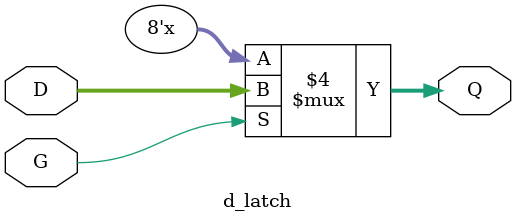
<source format=v>
`timescale 1ns / 1ps


module d_latch(
    input [7:0]D,
    input G,
    output reg [7:0]Q
    );
    
always @(*) begin
    if(G == 1)
        Q = D;
    
    
 end 
endmodule

</source>
